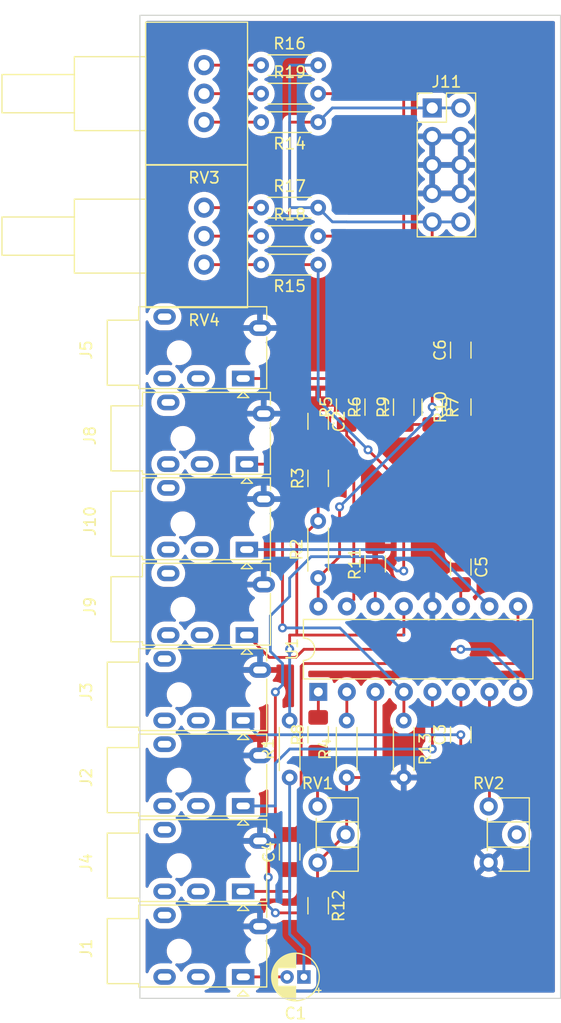
<source format=kicad_pcb>
(kicad_pcb (version 20211014) (generator pcbnew)
  (layers (0 "F.Cu" signal) (31 "B.Cu" signal) (34 "B.Paste" user) (35 "F.Paste" user) (36 "B.SilkS" user "B.Silkscreen") (37 "F.SilkS" user "F.Silkscreen") (38 "B.Mask" user) (39 "F.Mask" user) (44 "Edge.Cuts" user))
  (net 0 "")
  (net 1 "Net-(C1-Pad1)")
  (net 2 "Net-(C1-Pad2)")
  (net 3 "GND")
  (net 4 "Net-(C2-Pad2)")
  (net 5 "Net-(C3-Pad1)")
  (net 6 "Net-(C3-Pad2)")
  (net 7 "Net-(C4-Pad1)")
  (net 8 "Net-(C4-Pad2)")
  (net 9 "Net-(C5-Pad2)")
  (net 10 "Net-(J2-PadT)")
  (net 11 "Net-(J5-PadT)")
  (net 12 "Net-(J8-PadT)")
  (net 13 "Net-(J9-PadT)")
  (net 14 "Net-(J10-PadT)")
  (net 15 "-15V")
  (net 16 "+15V")
  (net 17 "Net-(R1-Pad2)")
  (net 18 "Net-(R12-Pad1)")
  (net 19 "Net-(R4-Pad2)")
  (net 20 "Net-(R10-Pad1)")
  (net 21 "Net-(R8-Pad1)")
  (net 22 "Net-(R8-Pad2)")
  (net 23 "Net-(R11-Pad1)")
  (net 24 "Net-(RV2-Pad1)")
  (net 26 "Net-(R6-Pad2)")
  (net 27 "Net-(R9-Pad2)")
  (net 28 "Net-(R14-Pad2)")
  (net 29 "Net-(R15-Pad2)")
  (net 30 "Net-(R16-Pad1)")
  (net 31 "Net-(R17-Pad1)")
  (net 32 "Net-(R18-Pad1)")
  (net 33 "Net-(R19-Pad1)")
  (net 34 "Net-(C6-Pad1)")
  (footprint "Connector_Audio:Jack_3.5mm_PJ320E_Horizontal" (layer "F.Cu") (at 127.94 97.7825 90)
    (fp_text reference "J1" (at 2.54 -13.97 90) (layer "F.SilkS"))
    (fp_text value "LinearFMInput")
    (pad "" thru_hole oval (at 5.5 -7) (size 2 1.4) (drill oval 1.2 0.6) (layers *.Cu *.Mask))
    (pad "" np_thru_hole circle (at 2.3 1.3) (size 1.2 1.2) (drill 1.2) (layers *.Cu *.Mask))
    (pad "" np_thru_hole circle (at 2.3 -5.7) (size 1.2 1.2) (drill 1.2) (layers *.Cu *.Mask))
    (pad "R1" thru_hole oval (at 0 -4) (size 2 1.4) (drill oval 1.2 0.6) (layers *.Cu *.Mask))
    (pad "R2" thru_hole oval (at 0 -7) (size 2 1.4) (drill oval 1.2 0.6) (layers *.Cu *.Mask))
    (pad "S" thru_hole oval (at 4.5 1.5) (size 2 1.4) (drill oval 1.2 0.6) (layers *.Cu *.Mask) (net 3 "GND"))
    (pad "T" thru_hole rect (at 0 0) (size 2 1.4) (drill oval 1.2 0.6) (layers *.Cu *.Mask) (net 2 "Net-(C1-Pad2)"))
  )
  (footprint "Resistor_THT:R_Axial_DIN0204_L3.6mm_D1.6mm_P5.08mm_Horizontal" (layer "F.Cu") (at 134.62 34.29 180)
    (fp_text reference "R15" (at 2.54 -1.92) (layer "F.SilkS"))
    (fp_text value "100k")
    (pad "1" thru_hole circle (at 0 0 180) (size 1.4 1.4) (drill 0.7) (layers *.Cu *.Mask) (net 15 "-15V"))
    (pad "2" thru_hole oval (at 5.08 0 180) (size 1.4 1.4) (drill 0.7) (layers *.Cu *.Mask) (net 29 "Net-(R15-Pad2)"))
  )
  (footprint "Potentiometer_THT:Potentiometer_Vishay_148-149_Single_Horizontal" (layer "F.Cu") (at 124.46 16.51 180)
    (fp_text reference "RV3" (at 0 -10.04) (layer "F.SilkS"))
    (fp_text value "100kPot")
    (pad "1" thru_hole circle (at 0 0 180) (size 1.8 1.8) (drill 1) (layers *.Cu *.Mask) (net 30 "Net-(R16-Pad1)"))
    (pad "2" thru_hole circle (at 0 -2.54 180) (size 1.8 1.8) (drill 1) (layers *.Cu *.Mask) (net 33 "Net-(R19-Pad1)"))
    (pad "3" thru_hole circle (at 0 -5.08 180) (size 1.8 1.8) (drill 1) (layers *.Cu *.Mask) (net 28 "Net-(R14-Pad2)"))
  )
  (footprint "Resistor_THT:R_Axial_DIN0204_L3.6mm_D1.6mm_P5.08mm_Horizontal" (layer "F.Cu") (at 129.54 31.75)
    (fp_text reference "R18" (at 2.54 -1.92) (layer "F.SilkS"))
    (fp_text value "1M")
    (pad "1" thru_hole circle (at 0 0) (size 1.4 1.4) (drill 0.7) (layers *.Cu *.Mask) (net 32 "Net-(R18-Pad1)"))
    (pad "2" thru_hole oval (at 5.08 0) (size 1.4 1.4) (drill 0.7) (layers *.Cu *.Mask) (net 26 "Net-(R6-Pad2)"))
  )
  (footprint "Connector_Audio:Jack_3.5mm_PJ320E_Horizontal" (layer "F.Cu") (at 127.94 44.4425 90)
    (fp_text reference "J5" (at 2.54 -13.97 90) (layer "F.SilkS"))
    (fp_text value "CV1")
    (pad "" np_thru_hole circle (at 2.3 1.3) (size 1.2 1.2) (drill 1.2) (layers *.Cu *.Mask))
    (pad "" thru_hole oval (at 5.5 -7) (size 2 1.4) (drill oval 1.2 0.6) (layers *.Cu *.Mask))
    (pad "" np_thru_hole circle (at 2.3 -5.7) (size 1.2 1.2) (drill 1.2) (layers *.Cu *.Mask))
    (pad "R1" thru_hole oval (at 0 -4) (size 2 1.4) (drill oval 1.2 0.6) (layers *.Cu *.Mask))
    (pad "R2" thru_hole oval (at 0 -7) (size 2 1.4) (drill oval 1.2 0.6) (layers *.Cu *.Mask))
    (pad "S" thru_hole oval (at 4.5 1.5) (size 2 1.4) (drill oval 1.2 0.6) (layers *.Cu *.Mask) (net 3 "GND"))
    (pad "T" thru_hole rect (at 0 0) (size 2 1.4) (drill oval 1.2 0.6) (layers *.Cu *.Mask) (net 11 "Net-(J5-PadT)"))
  )
  (footprint "Potentiometer_THT:Potentiometer_Vishay_148-149_Single_Horizontal" (layer "F.Cu") (at 124.46 29.21 180)
    (fp_text reference "RV4" (at 0 -10.04) (layer "F.SilkS"))
    (fp_text value "100kPot")
    (pad "1" thru_hole circle (at 0 0 180) (size 1.8 1.8) (drill 1) (layers *.Cu *.Mask) (net 31 "Net-(R17-Pad1)"))
    (pad "2" thru_hole circle (at 0 -2.54 180) (size 1.8 1.8) (drill 1) (layers *.Cu *.Mask) (net 32 "Net-(R18-Pad1)"))
    (pad "3" thru_hole circle (at 0 -5.08 180) (size 1.8 1.8) (drill 1) (layers *.Cu *.Mask) (net 29 "Net-(R15-Pad2)"))
  )
  (footprint "Resistor_SMD:R_1206_3216Metric_Pad1.30x1.75mm_HandSolder" (layer "F.Cu") (at 134.62 91.44 -90)
    (fp_text reference "R12" (at 0 -1.82 90) (layer "F.SilkS"))
    (fp_text value "820")
    (pad "1" smd roundrect (at -1.55 0 270) (size 1.3 1.75) (layers "F.Cu" "F.Paste" "F.Mask") (roundrect_rratio 0.192308) (net 18 "Net-(R12-Pad1)"))
    (pad "2" smd roundrect (at 1.55 0 270) (size 1.3 1.75) (layers "F.Cu" "F.Paste" "F.Mask") (roundrect_rratio 0.192308) (net 15 "-15V"))
  )
  (footprint "Capacitor_THT:CP_Radial_D4.0mm_P1.50mm" (layer "F.Cu") (at 133.35 97.79 180)
    (fp_text reference "C1" (at 0.75 -3.25) (layer "F.SilkS"))
    (fp_text value "100nf")
    (pad "1" thru_hole rect (at 0 0 180) (size 1.2 1.2) (drill 0.6) (layers *.Cu *.Mask) (net 1 "Net-(C1-Pad1)"))
    (pad "2" thru_hole circle (at 1.5 0 180) (size 1.2 1.2) (drill 0.6) (layers *.Cu *.Mask) (net 2 "Net-(C1-Pad2)"))
  )
  (footprint "Connector_Audio:Jack_3.5mm_PJ320E_Horizontal" (layer "F.Cu") (at 128.27 67.31 90)
    (fp_text reference "J9" (at 2.54 -13.97 90) (layer "F.SilkS"))
    (fp_text value "SAW OUT")
    (pad "" thru_hole oval (at 5.5 -7) (size 2 1.4) (drill oval 1.2 0.6) (layers *.Cu *.Mask))
    (pad "" np_thru_hole circle (at 2.3 -5.7) (size 1.2 1.2) (drill 1.2) (layers *.Cu *.Mask))
    (pad "" np_thru_hole circle (at 2.3 1.3) (size 1.2 1.2) (drill 1.2) (layers *.Cu *.Mask))
    (pad "R1" thru_hole oval (at 0 -4) (size 2 1.4) (drill oval 1.2 0.6) (layers *.Cu *.Mask))
    (pad "R2" thru_hole oval (at 0 -7) (size 2 1.4) (drill oval 1.2 0.6) (layers *.Cu *.Mask))
    (pad "S" thru_hole oval (at 4.5 1.5) (size 2 1.4) (drill oval 1.2 0.6) (layers *.Cu *.Mask) (net 3 "GND"))
    (pad "T" thru_hole rect (at 0 0) (size 2 1.4) (drill oval 1.2 0.6) (layers *.Cu *.Mask) (net 13 "Net-(J9-PadT)"))
  )
  (footprint "Resistor_SMD:R_1206_3216Metric_Pad1.30x1.75mm_HandSolder" (layer "F.Cu") (at 144.78 46.99 -90)
    (fp_text reference "R7" (at 0 -1.82 90) (layer "F.SilkS"))
    (fp_text value "360k")
    (pad "1" smd roundrect (at -1.55 0 270) (size 1.3 1.75) (layers "F.Cu" "F.Paste" "F.Mask") (roundrect_rratio 0.192308) (net 16 "+15V"))
    (pad "2" smd roundrect (at 1.55 0 270) (size 1.3 1.75) (layers "F.Cu" "F.Paste" "F.Mask") (roundrect_rratio 0.192308) (net 20 "Net-(R10-Pad1)"))
  )
  (footprint "Resistor_THT:R_Axial_DIN0204_L3.6mm_D1.6mm_P5.08mm_Horizontal" (layer "F.Cu") (at 134.62 21.59 180)
    (fp_text reference "R14" (at 2.54 -1.92) (layer "F.SilkS"))
    (fp_text value "10k")
    (pad "1" thru_hole circle (at 0 0 180) (size 1.4 1.4) (drill 0.7) (layers *.Cu *.Mask) (net 15 "-15V"))
    (pad "2" thru_hole oval (at 5.08 0 180) (size 1.4 1.4) (drill 0.7) (layers *.Cu *.Mask) (net 28 "Net-(R14-Pad2)"))
  )
  (footprint "Capacitor_SMD:C_1206_3216Metric_Pad1.33x1.80mm_HandSolder" (layer "F.Cu") (at 134.62 48.26 -90)
    (fp_text reference "C2" (at 0 -1.85 90) (layer "F.SilkS"))
    (fp_text value "10nf")
    (pad "1" smd roundrect (at -1.5625 0 270) (size 1.325 1.8) (layers "F.Cu" "F.Paste" "F.Mask") (roundrect_rratio 0.188679) (net 3 "GND"))
    (pad "2" smd roundrect (at 1.5625 0 270) (size 1.325 1.8) (layers "F.Cu" "F.Paste" "F.Mask") (roundrect_rratio 0.188679) (net 4 "Net-(C2-Pad2)"))
  )
  (footprint "Resistor_THT:R_Axial_DIN0204_L3.6mm_D1.6mm_P5.08mm_Horizontal" (layer "F.Cu") (at 129.54 19.05)
    (fp_text reference "R19" (at 2.54 -1.92) (layer "F.SilkS"))
    (fp_text value "100k")
    (pad "1" thru_hole circle (at 0 0) (size 1.4 1.4) (drill 0.7) (layers *.Cu *.Mask) (net 33 "Net-(R19-Pad1)"))
    (pad "2" thru_hole oval (at 5.08 0) (size 1.4 1.4) (drill 0.7) (layers *.Cu *.Mask) (net 27 "Net-(R9-Pad2)"))
  )
  (footprint "Resistor_THT:R_Axial_DIN0204_L3.6mm_D1.6mm_P5.08mm_Horizontal" (layer "F.Cu") (at 142.24 74.93 -90)
    (fp_text reference "R13" (at 2.54 -1.92 90) (layer "F.SilkS"))
    (fp_text value "51k")
    (pad "1" thru_hole circle (at 0 0 270) (size 1.4 1.4) (drill 0.7) (layers *.Cu *.Mask) (net 12 "Net-(J8-PadT)"))
    (pad "2" thru_hole oval (at 5.08 0 270) (size 1.4 1.4) (drill 0.7) (layers *.Cu *.Mask) (net 3 "GND"))
  )
  (footprint "Resistor_SMD:R_1206_3216Metric_Pad1.30x1.75mm_HandSolder" (layer "F.Cu") (at 139.7 46.99 90)
    (fp_text reference "R6" (at 0 -1.82 90) (layer "F.SilkS"))
    (fp_text value "100k")
    (pad "1" smd roundrect (at -1.55 0 90) (size 1.3 1.75) (layers "F.Cu" "F.Paste" "F.Mask") (roundrect_rratio 0.192308) (net 20 "Net-(R10-Pad1)"))
    (pad "2" smd roundrect (at 1.55 0 90) (size 1.3 1.75) (layers "F.Cu" "F.Paste" "F.Mask") (roundrect_rratio 0.192308) (net 26 "Net-(R6-Pad2)"))
  )
  (footprint "Resistor_SMD:R_1206_3216Metric_Pad1.30x1.75mm_HandSolder" (layer "F.Cu") (at 137.16 46.99 90)
    (fp_text reference "R5" (at 0 -1.82 90) (layer "F.SilkS"))
    (fp_text value "100k")
    (pad "1" smd roundrect (at -1.55 0 90) (size 1.3 1.75) (layers "F.Cu" "F.Paste" "F.Mask") (roundrect_rratio 0.192308) (net 20 "Net-(R10-Pad1)"))
    (pad "2" smd roundrect (at 1.55 0 90) (size 1.3 1.75) (layers "F.Cu" "F.Paste" "F.Mask") (roundrect_rratio 0.192308) (net 11 "Net-(J5-PadT)"))
  )
  (footprint "Potentiometer_THT:Potentiometer_ACP_CA6-H2,5_Horizontal" (layer "F.Cu") (at 134.565 82.59)
    (fp_text reference "RV1" (at 0 -2.06) (layer "F.SilkS"))
    (fp_text value "10k Pot")
    (pad "1" thru_hole circle (at 0 0) (size 1.62 1.62) (drill 0.9) (layers *.Cu *.Mask) (net 21 "Net-(R8-Pad1)"))
    (pad "2" thru_hole circle (at 2.5 2.5) (size 1.62 1.62) (drill 0.9) (layers *.Cu *.Mask) (net 18 "Net-(R12-Pad1)"))
    (pad "3" thru_hole circle (at 0 5) (size 1.62 1.62) (drill 0.9) (layers *.Cu *.Mask) (net 18 "Net-(R12-Pad1)"))
  )
  (footprint "Connector_Audio:Jack_3.5mm_PJ320E_Horizontal" (layer "F.Cu") (at 127.94 90.1625 90)
    (fp_text reference "J4" (at 2.54 -13.97 90) (layer "F.SilkS"))
    (fp_text value "SoftSyncInput")
    (pad "" thru_hole oval (at 5.5 -7) (size 2 1.4) (drill oval 1.2 0.6) (layers *.Cu *.Mask))
    (pad "" np_thru_hole circle (at 2.3 -5.7) (size 1.2 1.2) (drill 1.2) (layers *.Cu *.Mask))
    (pad "" np_thru_hole circle (at 2.3 1.3) (size 1.2 1.2) (drill 1.2) (layers *.Cu *.Mask))
    (pad "R1" thru_hole oval (at 0 -4) (size 2 1.4) (drill oval 1.2 0.6) (layers *.Cu *.Mask))
    (pad "R2" thru_hole oval (at 0 -7) (size 2 1.4) (drill oval 1.2 0.6) (layers *.Cu *.Mask))
    (pad "S" thru_hole oval (at 4.5 1.5) (size 2 1.4) (drill oval 1.2 0.6) (layers *.Cu *.Mask) (net 3 "GND"))
    (pad "T" thru_hole rect (at 0 0) (size 2 1.4) (drill oval 1.2 0.6) (layers *.Cu *.Mask) (net 7 "Net-(C4-Pad1)"))
  )
  (footprint "Capacitor_SMD:C_1206_3216Metric_Pad1.33x1.80mm_HandSolder" (layer "F.Cu") (at 147.32 61.2525 -90)
    (fp_text reference "C5" (at 0 -1.85 90) (layer "F.SilkS"))
    (fp_text value "1nf")
    (pad "1" smd roundrect (at -1.5625 0 270) (size 1.325 1.8) (layers "F.Cu" "F.Paste" "F.Mask") (roundrect_rratio 0.188679) (net 3 "GND"))
    (pad "2" smd roundrect (at 1.5625 0 270) (size 1.325 1.8) (layers "F.Cu" "F.Paste" "F.Mask") (roundrect_rratio 0.188679) (net 9 "Net-(C5-Pad2)"))
  )
  (footprint "Potentiometer_THT:Potentiometer_ACP_CA6-H2,5_Horizontal" (layer "F.Cu") (at 149.805 82.59)
    (fp_text reference "RV2" (at 0 -2.06) (layer "F.SilkS"))
    (fp_text value "20k Pot")
    (pad "1" thru_hole circle (at 0 0) (size 1.62 1.62) (drill 0.9) (layers *.Cu *.Mask) (net 24 "Net-(RV2-Pad1)"))
    (pad "2" thru_hole circle (at 2.5 2.5) (size 1.62 1.62) (drill 0.9) (layers *.Cu *.Mask))
    (pad "3" thru_hole circle (at 0 5) (size 1.62 1.62) (drill 0.9) (layers *.Cu *.Mask) (net 3 "GND"))
  )
  (footprint "Connector_PinHeader_2.54mm:PinHeader_2x05_P2.54mm_Vertical" (layer "F.Cu") (at 144.775 20.325)
    (fp_text reference "J11" (at 1.27 -2.33) (layer "F.SilkS"))
    (fp_text value "Conn_02x05_Odd_Even")
    (pad "1" thru_hole rect (at 0 0) (size 1.7 1.7) (drill 1) (layers *.Cu *.Mask) (net 15 "-15V"))
    (pad "2" thru_hole oval (at 2.54 0) (size 1.7 1.7) (drill 1) (layers *.Cu *.Mask) (net 15 "-15V"))
    (pad "3" thru_hole oval (at 0 2.54) (size 1.7 1.7) (drill 1) (layers *.Cu *.Mask) (net 3 "GND"))
    (pad "4" thru_hole oval (at 2.54 2.54) (size 1.7 1.7) (drill 1) (layers *.Cu *.Mask) (net 3 "GND"))
    (pad "5" thru_hole oval (at 0 5.08) (size 1.7 1.7) (drill 1) (layers *.Cu *.Mask) (net 3 "GND"))
    (pad "6" thru_hole oval (at 2.54 5.08) (size 1.7 1.7) (drill 1) (layers *.Cu *.Mask) (net 3 "GND"))
    (pad "7" thru_hole oval (at 0 7.62) (size 1.7 1.7) (drill 1) (layers *.Cu *.Mask) (net 3 "GND"))
    (pad "8" thru_hole oval (at 2.54 7.62) (size 1.7 1.7) (drill 1) (layers *.Cu *.Mask) (net 3 "GND"))
    (pad "9" thru_hole oval (at 0 10.16) (size 1.7 1.7) (drill 1) (layers *.Cu *.Mask) (net 16 "+15V"))
    (pad "10" thru_hole oval (at 2.54 10.16) (size 1.7 1.7) (drill 1) (layers *.Cu *.Mask) (net 16 "+15V"))
  )
  (footprint "Resistor_THT:R_Axial_DIN0204_L3.6mm_D1.6mm_P5.08mm_Horizontal" (layer "F.Cu") (at 129.54 16.51)
    (fp_text reference "R16" (at 2.54 -1.92) (layer "F.SilkS"))
    (fp_text value "47k")
    (pad "1" thru_hole circle (at 0 0) (size 1.4 1.4) (drill 0.7) (layers *.Cu *.Mask) (net 30 "Net-(R16-Pad1)"))
    (pad "2" thru_hole oval (at 5.08 0) (size 1.4 1.4) (drill 0.7) (layers *.Cu *.Mask) (net 16 "+15V"))
  )
  (footprint "Capacitor_SMD:C_1206_3216Metric_Pad1.33x1.80mm_HandSolder" (layer "F.Cu") (at 147.32 76.2 90)
    (fp_text reference "C3" (at 0 -1.85 90) (layer "F.SilkS"))
    (fp_text value "1nf")
    (pad "1" smd roundrect (at -1.5625 0 90) (size 1.325 1.8) (layers "F.Cu" "F.Paste" "F.Mask") (roundrect_rratio 0.188679) (net 5 "Net-(C3-Pad1)"))
    (pad "2" smd roundrect (at 1.5625 0 90) (size 1.325 1.8) (layers "F.Cu" "F.Paste" "F.Mask") (roundrect_rratio 0.188679) (net 6 "Net-(C3-Pad2)"))
  )
  (footprint "Resistor_SMD:R_1206_3216Metric_Pad1.30x1.75mm_HandSolder" (layer "F.Cu") (at 142.24 46.99 90)
    (fp_text reference "R9" (at 0 -1.82 90) (layer "F.SilkS"))
    (fp_text value "100k")
    (pad "1" smd roundrect (at -1.55 0 90) (size 1.3 1.75) (layers "F.Cu" "F.Paste" "F.Mask") (roundrect_rratio 0.192308) (net 20 "Net-(R10-Pad1)"))
    (pad "2" smd roundrect (at 1.55 0 90) (size 1.3 1.75) (layers "F.Cu" "F.Paste" "F.Mask") (roundrect_rratio 0.192308) (net 27 "Net-(R9-Pad2)"))
  )
  (footprint "Resistor_SMD:R_1206_3216Metric_Pad1.30x1.75mm_HandSolder" (layer "F.Cu") (at 139.7 60.96 90)
    (fp_text reference "R11" (at 0 -1.82 90) (layer "F.SilkS"))
    (fp_text value "1.8k")
    (pad "1" smd roundrect (at -1.55 0 90) (size 1.3 1.75) (layers "F.Cu" "F.Paste" "F.Mask") (roundrect_rratio 0.192308) (net 23 "Net-(R11-Pad1)"))
    (pad "2" smd roundrect (at 1.55 0 90) (size 1.3 1.75) (layers "F.Cu" "F.Paste" "F.Mask") (roundrect_rratio 0.192308) (net 3 "GND"))
  )
  (footprint "Resistor_THT:R_Axial_DIN0204_L3.6mm_D1.6mm_P5.08mm_Horizontal" (layer "F.Cu") (at 134.62 62.23 90)
    (fp_text reference "R2" (at 2.54 -1.92 90) (layer "F.SilkS"))
    (fp_text value "1.5M")
    (pad "1" thru_hole circle (at 0 0 90) (size 1.4 1.4) (drill 0.7) (layers *.Cu *.Mask) (net 16 "+15V"))
    (pad "2" thru_hole oval (at 5.08 0 90) (size 1.4 1.4) (drill 0.7) (layers *.Cu *.Mask) (net 17 "Net-(R1-Pad2)"))
  )
  (footprint "Resistor_SMD:R_1206_3216Metric_Pad1.30x1.75mm_HandSolder" (layer "F.Cu") (at 147.32 46.99 90)
    (fp_text reference "R10" (at 0 -1.82 90) (layer "F.SilkS"))
    (fp_text value "470")
    (pad "1" smd roundrect (at -1.55 0 90) (size 1.3 1.75) (layers "F.Cu" "F.Paste" "F.Mask") (roundrect_rratio 0.192308) (net 20 "Net-(R10-Pad1)"))
    (pad "2" smd roundrect (at 1.55 0 90) (size 1.3 1.75) (layers "F.Cu" "F.Paste" "F.Mask") (roundrect_rratio 0.192308) (net 34 "Net-(C6-Pad1)"))
  )
  (footprint "Connector_Audio:Jack_3.5mm_PJ320E_Horizontal" (layer "F.Cu") (at 128.27 59.69 90)
    (fp_text reference "J10" (at 2.54 -13.97 90) (layer "F.SilkS"))
    (fp_text value "TRI OUT")
    (pad "" thru_hole oval (at 5.5 -7) (size 2 1.4) (drill oval 1.2 0.6) (layers *.Cu *.Mask))
    (pad "" np_thru_hole circle (at 2.3 1.3) (size 1.2 1.2) (drill 1.2) (layers *.Cu *.Mask))
    (pad "" np_thru_hole circle (at 2.3 -5.7) (size 1.2 1.2) (drill 1.2) (layers *.Cu *.Mask))
    (pad "R1" thru_hole oval (at 0 -4) (size 2 1.4) (drill oval 1.2 0.6) (layers *.Cu *.Mask))
    (pad "R2" thru_hole oval (at 0 -7) (size 2 1.4) (drill oval 1.2 0.6) (layers *.Cu *.Mask))
    (pad "S" thru_hole oval (at 4.5 1.5) (size 2 1.4) (drill oval 1.2 0.6) (layers *.Cu *.Mask) (net 3 "GND"))
    (pad "T" thru_hole rect (at 0 0) (size 2 1.4) (drill oval 1.2 0.6) (layers *.Cu *.Mask) (net 14 "Net-(J10-PadT)"))
  )
  (footprint "Connector_Audio:Jack_3.5mm_PJ320E_Horizontal" (layer "F.Cu") (at 127.94 82.5425 90)
    (fp_text reference "J2" (at 2.54 -13.97 90) (layer "F.SilkS"))
    (fp_text value "PWNCTRLINPUT")
    (pad "" thru_hole oval (at 5.5 -7) (size 2 1.4) (drill oval 1.2 0.6) (layers *.Cu *.Mask))
    (pad "" np_thru_hole circle (at 2.3 -5.7) (size 1.2 1.2) (drill 1.2) (layers *.Cu *.Mask))
    (pad "" np_thru_hole circle (at 2.3 1.3) (size 1.2 1.2) (drill 1.2) (layers *.Cu *.Mask))
    (pad "R1" thru_hole oval (at 0 -4) (size 2 1.4) (drill oval 1.2 0.6) (layers *.Cu *.Mask))
    (pad "R2" thru_hole oval (at 0 -7) (size 2 1.4) (drill oval 1.2 0.6) (layers *.Cu *.Mask))
    (pad "S" thru_hole oval (at 4.5 1.5) (size 2 1.4) (drill oval 1.2 0.6) (layers *.Cu *.Mask) (net 3 "GND"))
    (pad "T" thru_hole rect (at 0 0) (size 2 1.4) (drill oval 1.2 0.6) (layers *.Cu *.Mask) (net 10 "Net-(J2-PadT)"))
  )
  (footprint "Resistor_THT:R_Axial_DIN0204_L3.6mm_D1.6mm_P5.08mm_Horizontal" (layer "F.Cu") (at 129.54 29.21)
    (fp_text reference "R17" (at 2.54 -1.92) (layer "F.SilkS"))
    (fp_text value "100k")
    (pad "1" thru_hole circle (at 0 0) (size 1.4 1.4) (drill 0.7) (layers *.Cu *.Mask) (net 31 "Net-(R17-Pad1)"))
    (pad "2" thru_hole oval (at 5.08 0) (size 1.4 1.4) (drill 0.7) (layers *.Cu *.Mask) (net 16 "+15V"))
  )
  (footprint "Resistor_THT:R_Axial_DIN0204_L3.6mm_D1.6mm_P5.08mm_Horizontal" (layer "F.Cu") (at 137.16 80.01 90)
    (fp_text reference "R4" (at 2.54 -1.92 90) (layer "F.SilkS"))
    (fp_text value "5.6k")
    (pad "1" thru_hole circle (at 0 0 90) (size 1.4 1.4) (drill 0.7) (layers *.Cu *.Mask) (net 18 "Net-(R12-Pad1)"))
    (pad "2" thru_hole oval (at 5.08 0 90) (size 1.4 1.4) (drill 0.7) (layers *.Cu *.Mask) (net 19 "Net-(R4-Pad2)"))
  )
  (footprint "Resistor_THT:R_Axial_DIN0204_L3.6mm_D1.6mm_P5.08mm_Horizontal" (layer "F.Cu") (at 132.08 80.01 90)
    (fp_text reference "R1" (at 2.54 -1.92 90) (layer "F.SilkS"))
    (fp_text value "1M")
    (pad "1" thru_hole circle (at 0 0 90) (size 1.4 1.4) (drill 0.7) (layers *.Cu *.Mask) (net 1 "Net-(C1-Pad1)"))
    (pad "2" thru_hole oval (at 5.08 0 90) (size 1.4 1.4) (drill 0.7) (layers *.Cu *.Mask) (net 17 "Net-(R1-Pad2)"))
  )
  (footprint "Package_DIP:DIP-16_W7.62mm" (layer "F.Cu") (at 134.635 72.38 90)
    (fp_text reference "U1" (at 3.81 -2.33 90) (layer "F.SilkS"))
    (fp_text value "AS3340")
    (pad "1" thru_hole rect (at 0 0 90) (size 1.6 1.6) (drill 0.8) (layers *.Cu *.Mask) (net 22 "Net-(R8-Pad2)"))
    (pad "2" thru_hole oval (at 0 2.54 90) (size 1.6 1.6) (drill 0.8) (layers *.Cu *.Mask) (net 19 "Net-(R4-Pad2)"))
    (pad "3" thru_hole oval (at 0 5.08 90) (size 1.6 1.6) (drill 0.8) (layers *.Cu *.Mask) (net 18 "Net-(R12-Pad1)"))
    (pad "4" thru_hole oval (at 0 7.62 90) (size 1.6 1.6) (drill 0.8) (layers *.Cu *.Mask) (net 12 "Net-(J8-PadT)"))
    (pad "5" thru_hole oval (at 0 10.16 90) (size 1.6 1.6) (drill 0.8) (layers *.Cu *.Mask) (net 10 "Net-(J2-PadT)"))
    (pad "6" thru_hole oval (at 0 12.7 90) (size 1.6 1.6) (drill 0.8) (layers *.Cu *.Mask) (net 6 "Net-(C3-Pad2)"))
    (pad "7" thru_hole oval (at 0 15.24 90) (size 1.6 1.6) (drill 0.8) (layers *.Cu *.Mask) (net 24 "Net-(RV2-Pad1)"))
    (pad "8" thru_hole oval (at 0 17.78 90) (size 1.6 1.6) (drill 0.8) (layers *.Cu *.Mask) (net 13 "Net-(J9-PadT)"))
    (pad "9" thru_hole oval (at 7.62 17.78 90) (size 1.6 1.6) (drill 0.8) (layers *.Cu *.Mask) (net 8 "Net-(C4-Pad2)"))
    (pad "10" thru_hole oval (at 7.62 15.24 90) (size 1.6 1.6) (drill 0.8) (layers *.Cu *.Mask) (net 14 "Net-(J10-PadT)"))
    (pad "11" thru_hole oval (at 7.62 12.7 90) (size 1.6 1.6) (drill 0.8) (layers *.Cu *.Mask) (net 9 "Net-(C5-Pad2)"))
    (pad "12" thru_hole oval (at 7.62 10.16 90) (size 1.6 1.6) (drill 0.8) (layers *.Cu *.Mask) (net 3 "GND"))
    (pad "13" thru_hole oval (at 7.62 7.62 90) (size 1.6 1.6) (drill 0.8) (layers *.Cu *.Mask) (net 17 "Net-(R1-Pad2)"))
    (pad "14" thru_hole oval (at 7.62 5.08 90) (size 1.6 1.6) (drill 0.8) (layers *.Cu *.Mask) (net 23 "Net-(R11-Pad1)"))
    (pad "15" thru_hole oval (at 7.62 2.54 90) (size 1.6 1.6) (drill 0.8) (layers *.Cu *.Mask) (net 20 "Net-(R10-Pad1)"))
    (pad "16" thru_hole oval (at 7.62 0 90) (size 1.6 1.6) (drill 0.8) (layers *.Cu *.Mask) (net 16 "+15V"))
  )
  (footprint "Resistor_SMD:R_1206_3216Metric_Pad1.30x1.75mm_HandSolder" (layer "F.Cu") (at 134.62 53.34 90)
    (fp_text reference "R3" (at 0 -1.82 90) (layer "F.SilkS"))
    (fp_text value "470")
    (pad "1" smd roundrect (at -1.55 0 90) (size 1.3 1.75) (layers "F.Cu" "F.Paste" "F.Mask") (roundrect_rratio 0.192308) (net 17 "Net-(R1-Pad2)"))
    (pad "2" smd roundrect (at 1.55 0 90) (size 1.3 1.75) (layers "F.Cu" "F.Paste" "F.Mask") (roundrect_rratio 0.192308) (net 4 "Net-(C2-Pad2)"))
  )
  (footprint "Capacitor_SMD:C_1206_3216Metric_Pad1.33x1.80mm_HandSolder" (layer "F.Cu") (at 132.08 86.6525 90)
    (fp_text reference "C4" (at 0 -1.85 90) (layer "F.SilkS"))
    (fp_text value "1nf")
    (pad "1" smd roundrect (at -1.5625 0 90) (size 1.325 1.8) (layers "F.Cu" "F.Paste" "F.Mask") (roundrect_rratio 0.188679) (net 7 "Net-(C4-Pad1)"))
    (pad "2" smd roundrect (at 1.5625 0 90) (size 1.325 1.8) (layers "F.Cu" "F.Paste" "F.Mask") (roundrect_rratio 0.188679) (net 8 "Net-(C4-Pad2)"))
  )
  (footprint "Connector_Audio:Jack_3.5mm_PJ320E_Horizontal" (layer "F.Cu") (at 127.94 74.9225 90)
    (fp_text reference "J3" (at 2.54 -13.97 90) (layer "F.SilkS"))
    (fp_text value "HardSyncInput")
    (pad "" np_thru_hole circle (at 2.3 1.3) (size 1.2 1.2) (drill 1.2) (layers *.Cu *.Mask))
    (pad "" np_thru_hole circle (at 2.3 -5.7) (size 1.2 1.2) (drill 1.2) (layers *.Cu *.Mask))
    (pad "" thru_hole oval (at 5.5 -7) (size 2 1.4) (drill oval 1.2 0.6) (layers *.Cu *.Mask))
    (pad "R1" thru_hole oval (at 0 -4) (size 2 1.4) (drill oval 1.2 0.6) (layers *.Cu *.Mask))
    (pad "R2" thru_hole oval (at 0 -7) (size 2 1.4) (drill oval 1.2 0.6) (layers *.Cu *.Mask))
    (pad "S" thru_hole oval (at 4.5 1.5) (size 2 1.4) (drill oval 1.2 0.6) (layers *.Cu *.Mask) (net 3 "GND"))
    (pad "T" thru_hole rect (at 0 0) (size 2 1.4) (drill oval 1.2 0.6) (layers *.Cu *.Mask) (net 5 "Net-(C3-Pad1)"))
  )
  (footprint "Resistor_SMD:R_1206_3216Metric_Pad1.30x1.75mm_HandSolder" (layer "F.Cu") (at 134.62 76.2 90)
    (fp_text reference "R8" (at 0 -1.82 90) (layer "F.SilkS"))
    (fp_text value "24k")
    (pad "1" smd roundrect (at -1.55 0 90) (size 1.3 1.75) (layers "F.Cu" "F.Paste" "F.Mask") (roundrect_rratio 0.192308) (net 21 "Net-(R8-Pad1)"))
    (pad "2" smd roundrect (at 1.55 0 90) (size 1.3 1.75) (layers "F.Cu" "F.Paste" "F.Mask") (roundrect_rratio 0.192308) (net 22 "Net-(R8-Pad2)"))
  )
  (footprint "Capacitor_SMD:C_1206_3216Metric_Pad1.33x1.80mm_HandSolder" (layer "F.Cu") (at 147.32 41.91 90)
    (fp_text reference "C6" (at 0 -1.85 90) (layer "F.SilkS"))
    (fp_text value "10nf")
    (pad "1" smd roundrect (at -1.5625 0 90) (size 1.325 1.8) (layers "F.Cu" "F.Paste" "F.Mask") (roundrect_rratio 0.188679) (net 34 "Net-(C6-Pad1)"))
    (pad "2" smd roundrect (at 1.5625 0 90) (size 1.325 1.8) (layers "F.Cu" "F.Paste" "F.Mask") (roundrect_rratio 0.188679) (net 3 "GND"))
  )
  (footprint "Connector_Audio:Jack_3.5mm_PJ320E_Horizontal" (layer "F.Cu") (at 128.27 52.0775 90)
    (fp_text reference "J8" (at 2.54 -13.97 90) (layer "F.SilkS"))
    (fp_text value "SQR OUT")
    (pad "" thru_hole oval (at 5.5 -7) (size 2 1.4) (drill oval 1.2 0.6) (layers *.Cu *.Mask))
    (pad "" np_thru_hole circle (at 2.3 1.3) (size 1.2 1.2) (drill 1.2) (layers *.Cu *.Mask))
    (pad "" np_thru_hole circle (at 2.3 -5.7) (size 1.2 1.2) (drill 1.2) (layers *.Cu *.Mask))
    (pad "R1" thru_hole oval (at 0 -4) (size 2 1.4) (drill oval 1.2 0.6) (layers *.Cu *.Mask))
    (pad "R2" thru_hole oval (at 0 -7) (size 2 1.4) (drill oval 1.2 0.6) (layers *.Cu *.Mask))
    (pad "S" thru_hole oval (at 4.5 1.5) (size 2 1.4) (drill oval 1.2 0.6) (layers *.Cu *.Mask) (net 3 "GND"))
    (pad "T" thru_hole rect (at 0 0) (size 2 1.4) (drill oval 1.2 0.6) (layers *.Cu *.Mask) (net 12 "Net-(J8-PadT)"))
  )
  (gr_rect (start 118.745 12.065) (end 156.21 99.695) (layer "Edge.Cuts") (width 0.1) (fill none))
  (segment (start 132.08 93.98) (end 133.35 95.25) (width 0.25) (layer "B.Cu") (net 1))
  (segment (start 133.35 95.25) (end 133.35 97.79) (width 0.25) (layer "B.Cu") (net 1))
  (segment (start 132.08 80.01) (end 132.08 93.98) (width 0.25) (layer "B.Cu") (net 1))
  (segment (start 131.8425 97.7825) (end 131.85 97.79) (width 0.25) (layer "F.Cu") (net 2))
  (segment (start 127.94 97.7825) (end 131.8425 97.7825) (width 0.25) (layer "F.Cu") (net 2))
  (segment (start 134.62 49.8225) (end 134.62 51.79) (width 0.25) (layer "F.Cu") (net 4))
  (segment (start 147.32 76.2) (end 147.32 77.7625) (width 0.25) (layer "F.Cu") (net 5))
  (via (at 147.32 76.2) (size 0.8) (drill 0.4) (layers "F.Cu" "B.Cu") (net 5))
  (segment (start 127.94 74.9225) (end 129.2175 76.2) (width 0.25) (layer "B.Cu") (net 5))
  (segment (start 129.2175 76.2) (end 147.32 76.2) (width 0.25) (layer "B.Cu") (net 5))
  (segment (start 147.335 74.6225) (end 147.32 74.6375) (width 0.25) (layer "F.Cu") (net 6))
  (segment (start 147.335 72.38) (end 147.335 74.6225) (width 0.25) (layer "F.Cu") (net 6))
  (segment (start 132.0725 90.1625) (end 127.94 90.1625) (width 0.25) (layer "F.Cu") (net 7))
  (segment (start 132.08 90.17) (end 132.0725 90.1625) (width 0.25) (layer "F.Cu") (net 7))
  (segment (start 132.08 88.215) (end 132.08 90.17) (width 0.25) (layer "F.Cu") (net 7))
  (segment (start 133.104511 70.095489) (end 133.35 69.85) (width 0.25) (layer "F.Cu") (net 8))
  (segment (start 152.415 64.76) (end 152.415 69.835) (width 0.25) (layer "F.Cu") (net 8))
  (segment (start 132.08 85.09) (end 133.104511 84.065489) (width 0.25) (layer "F.Cu") (net 8))
  (segment (start 133.35 69.85) (end 152.4 69.85) (width 0.25) (layer "F.Cu") (net 8))
  (segment (start 152.4 64.745) (end 152.415 64.76) (width 0.25) (layer "F.Cu") (net 8))
  (segment (start 133.104511 84.065489) (end 133.104511 70.095489) (width 0.25) (layer "F.Cu") (net 8))
  (segment (start 152.415 69.835) (end 152.4 69.85) (width 0.25) (layer "F.Cu") (net 8))
  (segment (start 147.32 64.745) (end 147.335 64.76) (width 0.25) (layer "F.Cu") (net 9))
  (segment (start 147.32 62.815) (end 147.32 64.745) (width 0.25) (layer "F.Cu") (net 9))
  (segment (start 144.795 77.455) (end 144.78 77.47) (width 0.25) (layer "F.Cu") (net 10))
  (segment (start 144.795 72.38) (end 144.795 77.455) (width 0.25) (layer "F.Cu") (net 10))
  (via (at 144.78 77.47) (size 0.8) (drill 0.4) (layers "F.Cu" "B.Cu") (net 10))
  (segment (start 130.81 82.55) (end 130.8025 82.5425) (width 0.25) (layer "B.Cu") (net 10))
  (segment (start 130.8025 82.5425) (end 127.94 82.5425) (width 0.25) (layer "B.Cu") (net 10))
  (segment (start 130.81 78.74) (end 130.81 82.55) (width 0.25) (layer "B.Cu") (net 10))
  (segment (start 132.08 77.47) (end 130.81 78.74) (width 0.25) (layer "B.Cu") (net 10))
  (segment (start 144.78 77.47) (end 132.08 77.47) (width 0.25) (layer "B.Cu") (net 10))
  (segment (start 127.94 44.4425) (end 137.1525 44.4425) (width 0.25) (layer "F.Cu") (net 11))
  (segment (start 137.16 44.45) (end 137.16 45.44) (width 0.25) (layer "F.Cu") (net 11))
  (segment (start 137.1525 44.4425) (end 137.16 44.45) (width 0.25) (layer "F.Cu") (net 11))
  (segment (start 131.445 52.07) (end 131.4375 52.0775) (width 0.25) (layer "F.Cu") (net 12))
  (segment (start 142.255 72.38) (end 142.255 74.915) (width 0.25) (layer "F.Cu") (net 12))
  (segment (start 131.445 66.675) (end 131.445 52.07) (width 0.25) (layer "F.Cu") (net 12))
  (segment (start 142.255 74.915) (end 142.24 74.93) (width 0.25) (layer "F.Cu") (net 12))
  (segment (start 131.4375 52.0775) (end 128.27 52.0775) (width 0.25) (layer "F.Cu") (net 12))
  (via (at 131.445 66.675) (size 0.8) (drill 0.4) (layers "F.Cu" "B.Cu") (net 12))
  (segment (start 136.55 66.675) (end 131.445 66.675) (width 0.25) (layer "B.Cu") (net 12))
  (segment (start 142.255 72.38) (end 136.55 66.675) (width 0.25) (layer "B.Cu") (net 12))
  (segment (start 130.264511 69.304511) (end 132.625489 69.304511) (width 0.25) (layer "F.Cu") (net 13))
  (segment (start 132.625489 69.304511) (end 133.35 68.58) (width 0.25) (layer "F.Cu") (net 13))
  (segment (start 133.35 68.58) (end 147.32 68.58) (width 0.25) (layer "F.Cu") (net 13))
  (segment (start 128.27 67.31) (end 130.264511 69.304511) (width 0.25) (layer "F.Cu") (net 13))
  (via (at 147.32 68.58) (size 0.8) (drill 0.4) (layers "F.Cu" "B.Cu") (net 13))
  (segment (start 152.415 71.135) (end 152.415 72.38) (width 0.25) (layer "B.Cu") (net 13))
  (segment (start 147.32 68.58) (end 149.86 68.58) (width 0.25) (layer "B.Cu") (net 13))
  (segment (start 149.86 68.58) (end 152.415 71.135) (width 0.25) (layer "B.Cu") (net 13))
  (segment (start 144.805 59.69) (end 149.875 64.76) (width 0.25) (layer "B.Cu") (net 14))
  (segment (start 128.27 59.69) (end 144.805 59.69) (width 0.25) (layer "B.Cu") (net 14))
  (segment (start 130.81 72.39) (end 130.81 87.034521) (width 0.25) (layer "F.Cu") (net 15))
  (segment (start 142.24 53.975) (end 142.24 61.595) (width 0.25) (layer "F.Cu") (net 15))
  (segment (start 134.62 21.59) (end 132.08 21.59) (width 0.25) (layer "F.Cu") (net 15))
  (segment (start 130.81 87.034521) (end 130.214521 87.63) (width 0.25) (layer "F.Cu") (net 15))
  (segment (start 132.08 21.59) (end 132.08 34.29) (width 0.25) (layer "F.Cu") (net 15))
  (segment (start 133.705 92.075) (end 134.62 92.99) (width 0.25) (layer "F.Cu") (net 15))
  (segment (start 130.214521 88.860479) (end 130.175 88.9) (width 0.25) (layer "F.Cu") (net 15))
  (segment (start 132.08 34.29) (end 134.62 34.29) (width 0.25) (layer "F.Cu") (net 15))
  (segment (start 139.065 50.8) (end 142.24 53.975) (width 0.25) (layer "F.Cu") (net 15))
  (segment (start 130.214521 87.63) (end 130.214521 88.860479) (width 0.25) (layer "F.Cu") (net 15))
  (segment (start 130.81 92.075) (end 133.705 92.075) (width 0.25) (layer "F.Cu") (net 15))
  (via (at 130.81 92.075) (size 0.8) (drill 0.4) (layers "F.Cu" "B.Cu") (net 15))
  (via (at 142.24 61.595) (size 0.8) (drill 0.4) (layers "F.Cu" "B.Cu") (net 15))
  (via (at 139.065 50.8) (size 0.8) (drill 0.4) (layers "F.Cu" "B.Cu") (net 15))
  (via (at 130.175 88.9) (size 0.8) (drill 0.4) (layers "F.Cu" "B.Cu") (net 15))
  (via (at 130.81 72.39) (size 0.8) (drill 0.4) (layers "F.Cu" "B.Cu") (net 15))
  (segment (start 131.445 69.85) (end 131.445 71.755) (width 0.25) (layer "B.Cu") (net 15))
  (segment (start 134.62 34.29) (end 134.62 46.355) (width 0.25) (layer "B.Cu") (net 15))
  (segment (start 130.364091 68.769091) (end 131.445 69.85) (width 0.25) (layer "B.Cu") (net 15))
  (segment (start 130.364091 65.594091) (end 130.364091 68.769091) (width 0.25) (layer "B.Cu") (net 15))
  (segment (start 133.985 60.325) (end 132.08 62.23) (width 0.25) (layer "B.Cu") (net 15))
  (segment (start 131.445 71.755) (end 130.81 72.39) (width 0.25) (layer "B.Cu") (net 15))
  (segment (start 130.175 91.44) (end 130.81 92.075) (width 0.25) (layer "B.Cu") (net 15))
  (segment (start 141.605 61.595) (end 140.335 60.325) (width 0.25) (layer "B.Cu") (net 15))
  (segment (start 132.08 62.23) (end 132.08 63.878182) (width 0.25) (layer "B.Cu") (net 15))
  (segment (start 135.89 20.32) (end 135.895 20.325) (width 0.25) (layer "B.Cu") (net 15))
  (segment (start 140.335 60.325) (end 133.985 60.325) (width 0.25) (layer "B.Cu") (net 15))
  (segment (start 142.24 61.595) (end 141.605 61.595) (width 0.25) (layer "B.Cu") (net 15))
  (segment (start 135.895 20.325) (end 147.315 20.325) (width 0.25) (layer "B.Cu") (net 15))
  (segment (start 134.62 21.59) (end 135.89 20.32) (width 0.25) (layer "B.Cu") (net 15))
  (segment (start 130.175 88.9) (end 130.175 91.44) (width 0.25) (layer "B.Cu") (net 15))
  (segment (start 132.08 63.878182) (end 130.364091 65.594091) (width 0.25) (layer "B.Cu") (net 15))
  (segment (start 134.62 46.355) (end 139.065 50.8) (width 0.25) (layer "B.Cu") (net 15))
  (segment (start 134.62 62.23) (end 136.525 60.325) (width 0.25) (layer "F.Cu") (net 16))
  (segment (start 144.775 30.485) (end 144.775 45.435) (width 0.25) (layer "F.Cu") (net 16))
  (segment (start 134.62 62.23) (end 134.62 64.745) (width 0.25) (layer "F.Cu") (net 16))
  (segment (start 144.775 45.435) (end 144.78 45.44) (width 0.25) (layer "F.Cu") (net 16))
  (segment (start 144.78 45.44) (end 144.78 46.99) (width 0.25) (layer "F.Cu") (net 16))
  (segment (start 136.525 60.325) (end 136.525 55.88) (width 0.25) (layer "F.Cu") (net 16))
  (segment (start 134.62 64.745) (end 134.635 64.76) (width 0.25) (layer "F.Cu") (net 16))
  (via (at 144.78 46.99) (size 0.8) (drill 0.4) (layers "F.Cu" "B.Cu") (net 16))
  (via (at 136.525 55.88) (size 0.8) (drill 0.4) (layers "F.Cu" "B.Cu") (net 16))
  (segment (start 137.165 30.485) (end 147.315 30.485) (width 0.25) (layer "B.Cu") (net 16))
  (segment (start 144.78 47.625) (end 144.78 46.99) (width 0.25) (layer "B.Cu") (net 16))
  (segment (start 134.62 29.21) (end 135.89 30.48) (width 0.25) (layer "B.Cu") (net 16))
  (segment (start 132.08 29.21) (end 134.62 29.21) (width 0.25) (layer "B.Cu") (net 16))
  (segment (start 134.62 16.51) (end 132.08 16.51) (width 0.25) (layer "B.Cu") (net 16))
  (segment (start 132.08 16.51) (end 132.08 29.21) (width 0.25) (layer "B.Cu") (net 16))
  (segment (start 136.525 55.88) (end 144.78 47.625) (width 0.25) (layer "B.Cu") (net 16))
  (segment (start 137.16 30.48) (end 137.165 30.485) (width 0.25) (layer "B.Cu") (net 16))
  (segment (start 135.89 30.48) (end 137.16 30.48) (width 0.25) (layer "B.Cu") (net 16))
  (segment (start 132.08 67.31) (end 132.08 68.58) (width 0.25) (layer "F.Cu") (net 17))
  (segment (start 134.62 54.89) (end 134.62 57.15) (width 0.25) (layer "F.Cu") (net 17))
  (segment (start 142.255 67.295) (end 142.24 67.31) (width 0.25) (layer "F.Cu") (net 17))
  (segment (start 142.24 67.31) (end 132.08 67.31) (width 0.25) (layer "F.Cu") (net 17))
  (segment (start 132.715 59.055) (end 132.715 67.31) (width 0.25) (layer "F.Cu") (net 17))
  (segment (start 142.24 64.745) (end 142.255 64.76) (width 0.25) (layer "F.Cu") (net 17))
  (segment (start 134.62 57.15) (end 132.715 59.055) (width 0.25) (layer "F.Cu") (net 17))
  (segment (start 142.255 64.76) (end 142.255 67.295) (width 0.25) (layer "F.Cu") (net 17))
  (via (at 132.08 68.58) (size 0.8) (drill 0.4) (layers "F.Cu" "B.Cu") (net 17))
  (segment (start 142.255 67.295) (end 142.24 67.31) (width 0.25) (layer "B.Cu") (net 17))
  (segment (start 132.08 68.58) (end 132.08 74.93) (width 0.25) (layer "B.Cu") (net 17))
  (segment (start 137.16 80.01) (end 139.7 80.01) (width 0.25) (layer "F.Cu") (net 18))
  (segment (start 139.7 80.01) (end 139.715 79.995) (width 0.25) (layer "F.Cu") (net 18))
  (segment (start 137.16 80.01) (end 137.16 84.995) (width 0.25) (layer "F.Cu") (net 18))
  (segment (start 139.715 79.995) (end 139.715 72.38) (width 0.25) (layer "F.Cu") (net 18))
  (segment (start 137.065 85.09) (end 134.565 87.59) (width 0.25) (layer "F.Cu") (net 18))
  (segment (start 134.565 87.59) (end 134.565 89.835) (width 0.25) (layer "F.Cu") (net 18))
  (segment (start 134.565 89.835) (end 134.62 89.89) (width 0.25) (layer "F.Cu") (net 18))
  (segment (start 137.16 84.995) (end 137.065 85.09) (width 0.25) (layer "F.Cu") (net 18))
  (segment (start 137.175 74.915) (end 137.16 74.93) (width 0.25) (layer "F.Cu") (net 19))
  (segment (start 137.175 72.38) (end 137.175 74.915) (width 0.25) (layer "F.Cu") (net 19))
  (segment (start 137.16 48.54) (end 137.16 49.53) (width 0.25) (layer "F.Cu") (net 20))
  (segment (start 137.16 49.53) (end 137.795 50.165) (width 0.25) (layer "F.Cu") (net 20))
  (segment (start 137.175 48.555) (end 137.16 48.54) (width 0.25) (layer "F.Cu") (net 20))
  (segment (start 137.795 64.14) (end 137.175 64.76) (width 0.25) (layer "F.Cu") (net 20))
  (segment (start 137.16 48.54) (end 147.32 48.54) (width 0.25) (layer "F.Cu") (net 20))
  (segment (start 137.795 50.165) (end 137.795 64.14) (width 0.25) (layer "F.Cu") (net 20))
  (segment (start 134.62 77.75) (end 134.565 77.805) (width 0.25) (layer "F.Cu") (net 21))
  (segment (start 134.565 77.805) (end 134.565 82.59) (width 0.25) (layer "F.Cu") (net 21))
  (segment (start 134.635 72.38) (end 134.635 74.635) (width 0.25) (layer "F.Cu") (net 22))
  (segment (start 134.635 74.635) (end 134.62 74.65) (width 0.25) (layer "F.Cu") (net 22))
  (segment (start 139.7 62.51) (end 139.7 64.745) (width 0.25) (layer "F.Cu") (net 23))
  (segment (start 139.7 64.745) (end 139.715 64.76) (width 0.25) (layer "F.Cu") (net 23))
  (segment (start 149.875 72.38) (end 149.875 82.52) (width 0.25) (layer "F.Cu") (net 24))
  (segment (start 149.875 82.52) (end 149.805 82.59) (width 0.25) (layer "F.Cu") (net 24))
  (segment (start 134.62 31.75) (end 139.7 31.75) (width 0.25) (layer "F.Cu") (net 26))
  (segment (start 139.7 31.75) (end 139.7 45.44) (width 0.25) (layer "F.Cu") (net 26))
  (segment (start 134.62 19.05) (end 142.24 19.05) (width 0.25) (layer "F.Cu") (net 27))
  (segment (start 142.24 19.05) (end 142.24 45.44) (width 0.25) (layer "F.Cu") (net 27))
  (segment (start 124.46 21.59) (end 129.54 21.59) (width 0.25) (layer "F.Cu") (net 28))
  (segment (start 124.46 34.29) (end 129.54 34.29) (width 0.25) (layer "F.Cu") (net 29))
  (segment (start 124.46 16.51) (end 129.54 16.51) (width 0.25) (layer "F.Cu") (net 30))
  (segment (start 124.46 29.21) (end 129.54 29.21) (width 0.25) (layer "F.Cu") (net 31))
  (segment (start 129.54 31.75) (end 124.46 31.75) (width 0.25) (layer "F.Cu") (net 32))
  (segment (start 124.46 19.05) (end 129.54 19.05) (width 0.25) (layer "F.Cu") (net 33))
  (segment (start 147.32 43.4725) (end 147.32 45.44) (width 0.25) (layer "F.Cu") (net 34))
  (zone (net 3) (net_name "GND") (layers F&B.Cu) (connect_pads (clearance 0.508)) (min_thickness 0.254) (fill yes (thermal_gap 0.508) (thermal_bridge_width 0.508))
    (polygon (pts (xy 156.21 99.695) (xy 118.745 99.695) (xy 118.745 12.065) (xy 156.21 12.065)))
  )
)
</source>
